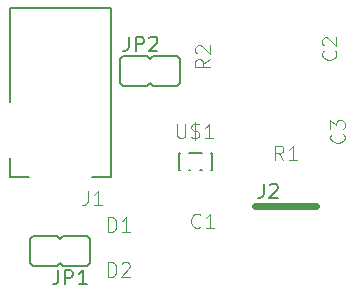
<source format=gbr>
G04 #@! TF.GenerationSoftware,KiCad,Pcbnew,(5.0.0)*
G04 #@! TF.CreationDate,2020-02-21T08:37:36-08:00*
G04 #@! TF.ProjectId,Battery Power Circuit V3,4261747465727920506F776572204369,rev?*
G04 #@! TF.SameCoordinates,Original*
G04 #@! TF.FileFunction,Legend,Top*
G04 #@! TF.FilePolarity,Positive*
%FSLAX46Y46*%
G04 Gerber Fmt 4.6, Leading zero omitted, Abs format (unit mm)*
G04 Created by KiCad (PCBNEW (5.0.0)) date 02/21/20 08:37:36*
%MOMM*%
%LPD*%
G01*
G04 APERTURE LIST*
%ADD10C,0.152400*%
%ADD11C,0.203200*%
%ADD12C,0.609600*%
%ADD13C,0.150000*%
%ADD14C,0.101600*%
%ADD15C,0.127000*%
G04 APERTURE END LIST*
D10*
G04 #@! TO.C,U$1*
X147294100Y-105533600D02*
X147338100Y-105533600D01*
X149994100Y-105533600D02*
X150038100Y-105533600D01*
X150038100Y-107003600D02*
X149994100Y-107003600D01*
X147338100Y-107003600D02*
X147294100Y-107003600D01*
X149188100Y-107003600D02*
X149094100Y-107003600D01*
X148238100Y-107003600D02*
X148144100Y-107003600D01*
X148144100Y-105533600D02*
X149188100Y-105533600D01*
X147294100Y-107003600D02*
X147294100Y-105533600D01*
X150038100Y-105533600D02*
X150038100Y-107003600D01*
G04 #@! TO.C,JP1*
X139776100Y-114904600D02*
X139776100Y-112872600D01*
X139776100Y-114904600D02*
X139522100Y-115158600D01*
X137490100Y-115158600D02*
X139522100Y-115158600D01*
X134950100Y-115158600D02*
X136982100Y-115158600D01*
X134950100Y-115158600D02*
X134696100Y-114904600D01*
X134696100Y-112872600D02*
X134696100Y-114904600D01*
X134950100Y-112618600D02*
X136982100Y-112618600D01*
X134950100Y-112618600D02*
X134696100Y-112872600D01*
X139776100Y-112872600D02*
X139522100Y-112618600D01*
X137490100Y-112618600D02*
X139522100Y-112618600D01*
X137236100Y-112872600D02*
X137490100Y-112618600D01*
X137236100Y-112872600D02*
X136982100Y-112618600D01*
X137236100Y-114904600D02*
X137490100Y-115158600D01*
X137236100Y-114904600D02*
X136982100Y-115158600D01*
G04 #@! TO.C,JP2*
X142316100Y-97632600D02*
X142316100Y-99664600D01*
X142316100Y-97632600D02*
X142570100Y-97378600D01*
X144602100Y-97378600D02*
X142570100Y-97378600D01*
X147142100Y-97378600D02*
X145110100Y-97378600D01*
X147142100Y-97378600D02*
X147396100Y-97632600D01*
X147396100Y-99664600D02*
X147396100Y-97632600D01*
X147142100Y-99918600D02*
X145110100Y-99918600D01*
X147142100Y-99918600D02*
X147396100Y-99664600D01*
X142316100Y-99664600D02*
X142570100Y-99918600D01*
X144602100Y-99918600D02*
X142570100Y-99918600D01*
X144856100Y-99664600D02*
X144602100Y-99918600D01*
X144856100Y-99664600D02*
X145110100Y-99918600D01*
X144856100Y-97632600D02*
X144602100Y-97378600D01*
X144856100Y-97632600D02*
X145110100Y-97378600D01*
D11*
G04 #@! TO.C,J1*
X132936100Y-106028600D02*
X132936100Y-107628600D01*
X132936100Y-93328600D02*
X132936100Y-101278600D01*
X132936100Y-107628600D02*
X134536100Y-107628600D01*
X139936100Y-107628600D02*
X141536100Y-107628600D01*
X141536100Y-107628600D02*
X141536100Y-93328600D01*
X141536100Y-93328600D02*
X132936100Y-93328600D01*
D12*
G04 #@! TO.C,J2*
X153669900Y-110078600D02*
X158902300Y-110078600D01*
G04 #@! TO.C,@HOLE0*
D13*
G04 #@! TO.C,@HOLE1*
G04 #@! TO.C,@HOLE2*
G04 #@! TO.C,@HOLE3*
G04 #@! TO.C,U$1*
D14*
X147114401Y-103099647D02*
X147114401Y-104076338D01*
X147171854Y-104191242D01*
X147229306Y-104248695D01*
X147344211Y-104306147D01*
X147574020Y-104306147D01*
X147688925Y-104248695D01*
X147746378Y-104191242D01*
X147803830Y-104076338D01*
X147803830Y-103099647D01*
X148320901Y-104248695D02*
X148493259Y-104306147D01*
X148780520Y-104306147D01*
X148895425Y-104248695D01*
X148952878Y-104191242D01*
X149010330Y-104076338D01*
X149010330Y-103961433D01*
X148952878Y-103846528D01*
X148895425Y-103789076D01*
X148780520Y-103731623D01*
X148550711Y-103674171D01*
X148435806Y-103616719D01*
X148378354Y-103559266D01*
X148320901Y-103444361D01*
X148320901Y-103329457D01*
X148378354Y-103214552D01*
X148435806Y-103157100D01*
X148550711Y-103099647D01*
X148837973Y-103099647D01*
X149010330Y-103157100D01*
X148665616Y-102927290D02*
X148665616Y-104478504D01*
X150159378Y-104306147D02*
X149469949Y-104306147D01*
X149814663Y-104306147D02*
X149814663Y-103099647D01*
X149699759Y-103272004D01*
X149584854Y-103386909D01*
X149469949Y-103444361D01*
G04 #@! TO.C,D1*
X141281774Y-112227647D02*
X141281774Y-111021147D01*
X141569036Y-111021147D01*
X141741393Y-111078600D01*
X141856298Y-111193504D01*
X141913750Y-111308409D01*
X141971202Y-111538219D01*
X141971202Y-111710576D01*
X141913750Y-111940385D01*
X141856298Y-112055290D01*
X141741393Y-112170195D01*
X141569036Y-112227647D01*
X141281774Y-112227647D01*
X143120250Y-112227647D02*
X142430821Y-112227647D01*
X142775536Y-112227647D02*
X142775536Y-111021147D01*
X142660631Y-111193504D01*
X142545726Y-111308409D01*
X142430821Y-111365861D01*
G04 #@! TO.C,D2*
X141281774Y-116037647D02*
X141281774Y-114831147D01*
X141569036Y-114831147D01*
X141741393Y-114888600D01*
X141856298Y-115003504D01*
X141913750Y-115118409D01*
X141971202Y-115348219D01*
X141971202Y-115520576D01*
X141913750Y-115750385D01*
X141856298Y-115865290D01*
X141741393Y-115980195D01*
X141569036Y-116037647D01*
X141281774Y-116037647D01*
X142430821Y-114946052D02*
X142488274Y-114888600D01*
X142603179Y-114831147D01*
X142890440Y-114831147D01*
X143005345Y-114888600D01*
X143062798Y-114946052D01*
X143120250Y-115060957D01*
X143120250Y-115175861D01*
X143062798Y-115348219D01*
X142373369Y-116037647D01*
X143120250Y-116037647D01*
G04 #@! TO.C,C1*
X149073830Y-111811242D02*
X149016378Y-111868695D01*
X148844020Y-111926147D01*
X148729116Y-111926147D01*
X148556759Y-111868695D01*
X148441854Y-111753790D01*
X148384401Y-111638885D01*
X148326949Y-111409076D01*
X148326949Y-111236719D01*
X148384401Y-111006909D01*
X148441854Y-110892004D01*
X148556759Y-110777100D01*
X148729116Y-110719647D01*
X148844020Y-110719647D01*
X149016378Y-110777100D01*
X149073830Y-110834552D01*
X150222878Y-111926147D02*
X149533449Y-111926147D01*
X149878163Y-111926147D02*
X149878163Y-110719647D01*
X149763259Y-110892004D01*
X149648354Y-111006909D01*
X149533449Y-111064361D01*
G04 #@! TO.C,C2*
X160495242Y-96918497D02*
X160552695Y-96975949D01*
X160610147Y-97148306D01*
X160610147Y-97263211D01*
X160552695Y-97435568D01*
X160437790Y-97550473D01*
X160322885Y-97607925D01*
X160093076Y-97665378D01*
X159920719Y-97665378D01*
X159690909Y-97607925D01*
X159576004Y-97550473D01*
X159461100Y-97435568D01*
X159403647Y-97263211D01*
X159403647Y-97148306D01*
X159461100Y-96975949D01*
X159518552Y-96918497D01*
X159518552Y-96458878D02*
X159461100Y-96401425D01*
X159403647Y-96286520D01*
X159403647Y-95999259D01*
X159461100Y-95884354D01*
X159518552Y-95826901D01*
X159633457Y-95769449D01*
X159748361Y-95769449D01*
X159920719Y-95826901D01*
X160610147Y-96516330D01*
X160610147Y-95769449D01*
G04 #@! TO.C,C3*
X161193742Y-103955869D02*
X161251195Y-104013321D01*
X161308647Y-104185679D01*
X161308647Y-104300583D01*
X161251195Y-104472940D01*
X161136290Y-104587845D01*
X161021385Y-104645298D01*
X160791576Y-104702750D01*
X160619219Y-104702750D01*
X160389409Y-104645298D01*
X160274504Y-104587845D01*
X160159600Y-104472940D01*
X160102147Y-104300583D01*
X160102147Y-104185679D01*
X160159600Y-104013321D01*
X160217052Y-103955869D01*
X160102147Y-103553702D02*
X160102147Y-102806821D01*
X160561766Y-103208988D01*
X160561766Y-103036631D01*
X160619219Y-102921726D01*
X160676671Y-102864274D01*
X160791576Y-102806821D01*
X161078838Y-102806821D01*
X161193742Y-102864274D01*
X161251195Y-102921726D01*
X161308647Y-103036631D01*
X161308647Y-103381345D01*
X161251195Y-103496250D01*
X161193742Y-103553702D01*
G04 #@! TO.C,R1*
X156111202Y-106147647D02*
X155709036Y-105573123D01*
X155421774Y-106147647D02*
X155421774Y-104941147D01*
X155881393Y-104941147D01*
X155996298Y-104998600D01*
X156053750Y-105056052D01*
X156111202Y-105170957D01*
X156111202Y-105343314D01*
X156053750Y-105458219D01*
X155996298Y-105515671D01*
X155881393Y-105573123D01*
X155421774Y-105573123D01*
X157260250Y-106147647D02*
X156570821Y-106147647D01*
X156915536Y-106147647D02*
X156915536Y-104941147D01*
X156800631Y-105113504D01*
X156685726Y-105228409D01*
X156570821Y-105285861D01*
G04 #@! TO.C,R2*
X149878647Y-97605869D02*
X149304123Y-98008036D01*
X149878647Y-98295298D02*
X148672147Y-98295298D01*
X148672147Y-97835679D01*
X148729600Y-97720774D01*
X148787052Y-97663321D01*
X148901957Y-97605869D01*
X149074314Y-97605869D01*
X149189219Y-97663321D01*
X149246671Y-97720774D01*
X149304123Y-97835679D01*
X149304123Y-98295298D01*
X148787052Y-97146250D02*
X148729600Y-97088798D01*
X148672147Y-96973893D01*
X148672147Y-96686631D01*
X148729600Y-96571726D01*
X148787052Y-96514274D01*
X148901957Y-96456821D01*
X149016861Y-96456821D01*
X149189219Y-96514274D01*
X149878647Y-97203702D01*
X149878647Y-96456821D01*
G04 #@! TO.C,JP1*
D15*
X137050740Y-115482147D02*
X137050740Y-116343933D01*
X136993288Y-116516290D01*
X136878383Y-116631195D01*
X136706026Y-116688647D01*
X136591121Y-116688647D01*
X137625264Y-116688647D02*
X137625264Y-115482147D01*
X138084883Y-115482147D01*
X138199788Y-115539600D01*
X138257240Y-115597052D01*
X138314692Y-115711957D01*
X138314692Y-115884314D01*
X138257240Y-115999219D01*
X138199788Y-116056671D01*
X138084883Y-116114123D01*
X137625264Y-116114123D01*
X139463740Y-116688647D02*
X138774311Y-116688647D01*
X139119026Y-116688647D02*
X139119026Y-115482147D01*
X139004121Y-115654504D01*
X138889216Y-115769409D01*
X138774311Y-115826861D01*
G04 #@! TO.C,JP2*
X143030626Y-95733647D02*
X143030626Y-96595433D01*
X142973173Y-96767790D01*
X142858269Y-96882695D01*
X142685911Y-96940147D01*
X142571007Y-96940147D01*
X143605150Y-96940147D02*
X143605150Y-95733647D01*
X144064769Y-95733647D01*
X144179673Y-95791100D01*
X144237126Y-95848552D01*
X144294578Y-95963457D01*
X144294578Y-96135814D01*
X144237126Y-96250719D01*
X144179673Y-96308171D01*
X144064769Y-96365623D01*
X143605150Y-96365623D01*
X144754197Y-95848552D02*
X144811650Y-95791100D01*
X144926554Y-95733647D01*
X145213816Y-95733647D01*
X145328721Y-95791100D01*
X145386173Y-95848552D01*
X145443626Y-95963457D01*
X145443626Y-96078361D01*
X145386173Y-96250719D01*
X144696745Y-96940147D01*
X145443626Y-96940147D01*
G04 #@! TO.C,J1*
D14*
X139543750Y-108751147D02*
X139543750Y-109612933D01*
X139486298Y-109785290D01*
X139371393Y-109900195D01*
X139199036Y-109957647D01*
X139084131Y-109957647D01*
X140750250Y-109957647D02*
X140060821Y-109957647D01*
X140405536Y-109957647D02*
X140405536Y-108751147D01*
X140290631Y-108923504D01*
X140175726Y-109038409D01*
X140060821Y-109095861D01*
G04 #@! TO.C,J2*
D15*
X154460626Y-108179647D02*
X154460626Y-109041433D01*
X154403173Y-109213790D01*
X154288269Y-109328695D01*
X154115911Y-109386147D01*
X154001007Y-109386147D01*
X154977697Y-108294552D02*
X155035150Y-108237100D01*
X155150054Y-108179647D01*
X155437316Y-108179647D01*
X155552221Y-108237100D01*
X155609673Y-108294552D01*
X155667126Y-108409457D01*
X155667126Y-108524361D01*
X155609673Y-108696719D01*
X154920245Y-109386147D01*
X155667126Y-109386147D01*
G04 #@! TD*
M02*

</source>
